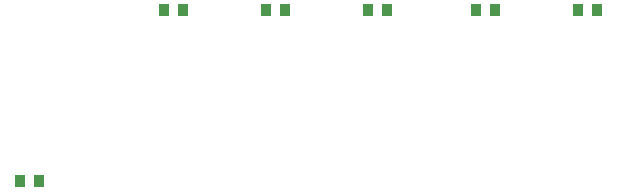
<source format=gbr>
G04 EAGLE Gerber RS-274X export*
G75*
%MOMM*%
%FSLAX34Y34*%
%LPD*%
%INSolderpaste Top*%
%IPPOS*%
%AMOC8*
5,1,8,0,0,1.08239X$1,22.5*%
G01*
%ADD10R,0.949959X1.031241*%


D10*
X146939Y261620D03*
X162941Y261620D03*
X233299Y261620D03*
X249301Y261620D03*
X319659Y261620D03*
X335661Y261620D03*
X411099Y261620D03*
X427101Y261620D03*
X497459Y261620D03*
X513461Y261620D03*
X41021Y116840D03*
X25019Y116840D03*
M02*

</source>
